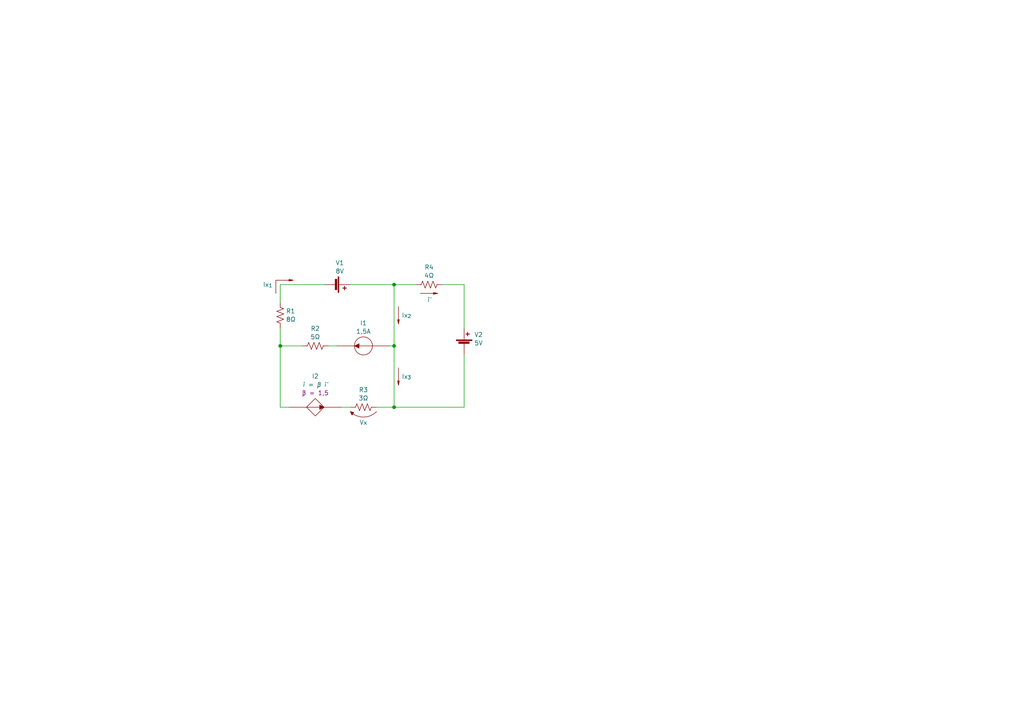
<source format=kicad_sch>
(kicad_sch (version 20230121) (generator eeschema)
  (paper "A4")
  (lib_symbols
    (symbol "Device:R_US" (pin_numbers hide) (pin_names (offset 0))
      (property "Reference" "R" (at 2.54 0 90))
      (property "Value" "R_US" (at -2.54 0 90))
      (symbol "R_US_0_1"
        (polyline (pts (xy 0 -2.286) (xy 0 -2.54)))
        (polyline (pts (xy 0 2.286) (xy 0 2.54)))
        (polyline (pts (xy 0 -0.762) (xy 1.016 -1.143) (xy 0 -1.524) (xy -1.016 -1.905) (xy 0 -2.286)))
        (polyline (pts (xy 0 0.762) (xy 1.016 0.381) (xy 0 0) (xy -1.016 -0.381) (xy 0 -0.762)))
        (polyline (pts (xy 0 2.286) (xy 1.016 1.905) (xy 0 1.524) (xy -1.016 1.143) (xy 0 0.762)))
      )
      (symbol "R_US_1_1"
        (pin passive line (at 0 3.81 270) (length 1.27) (name "~") (number "1"))
        (pin passive line (at 0 -3.81 90) (length 1.27) (name "~") (number "2"))
      )
    )
    (symbol "Personalizado:fonte_corrente" (pin_numbers hide) (pin_names (offset 0))
      (property "Reference" "I" (at 3.81 0 0))
      (property "Value" "fonte_corrente" (at -3.81 -0.635 90))
      (symbol "fonte_corrente_0_1"
        (polyline (pts (xy 0 -2.54) (xy 0 2.54)))
        (polyline (pts (xy 0 2.54) (xy -0.635 1.27) (xy 0.635 1.27) (xy 0 2.54)) (fill (type outline)))
        (circle (center 0 0) (radius 2.6162))
      )
      (symbol "fonte_corrente_1_1"
        (pin passive line (at 0 7.62 270) (length 5.08) (name "~") (number "1"))
        (pin passive line (at 0 -7.62 90) (length 5.08) (name "~") (number "2"))
      )
    )
    (symbol "Personalizado:fonte_corrente_dep" (pin_numbers hide) (pin_names (offset 0))
      (property "Reference" "I" (at 3.81 0 0))
      (property "Value" "fonte_corrente_dep" (at -3.81 -0.635 90))
      (symbol "fonte_corrente_dep_0_1"
        (polyline (pts (xy 0 -2.54) (xy 0 2.54)))
        (polyline (pts (xy 0 2.54) (xy -0.635 1.27) (xy 0.635 1.27) (xy 0 2.54)) (fill (type outline)))
        (polyline (pts (xy 0 2.54) (xy -2.54 0) (xy 0 -2.54) (xy 2.54 0) (xy 0 2.54)))
      )
      (symbol "fonte_corrente_dep_1_1"
        (pin passive line (at 0 7.62 270) (length 5.08) (name "~") (number "1"))
        (pin passive line (at 0 -7.62 90) (length 5.08) (name "~") (number "2"))
      )
    )
    (symbol "Personalizado:fonte_tensao" (pin_numbers hide) (pin_names (offset 0) hide)
      (property "Reference" "V" (at 2.54 2.54 0))
      (symbol "fonte_tensao_0_1"
        (rectangle (start -2.286 1.778) (end 2.286 1.524) (fill (type outline)))
        (rectangle (start -1.5748 1.1938) (end 1.4732 0.6858) (fill (type outline)))
        (polyline (pts (xy 0 0.762) (xy 0 0)))
        (polyline (pts (xy 0 1.778) (xy 0 2.54)))
        (polyline (pts (xy 0.508 3.429) (xy 1.524 3.429)) (stroke (width 0.254)))
        (polyline (pts (xy 1.016 3.937) (xy 1.016 2.921)) (stroke (width 0.254)))
      )
      (symbol "fonte_tensao_1_1"
        (pin passive line (at 0 5.08 270) (length 2.54) (name "+") (number "1"))
        (pin passive line (at 0 -2.54 90) (length 2.54) (name "-") (number "2"))
      )
    )
    (symbol "Personalizado:seta_corrente" (pin_names (offset 1.016))
      (property "Reference" "I" (at 1.905 1.27 0))
      (symbol "seta_corrente_1_1"
        (polyline (pts (xy 4.064 0) (xy 0 0)))
        (polyline (pts (xy 5.08 0) (xy 3.81 -0.254) (xy 3.81 0.254) (xy 5.08 0)) (fill (type outline)))
      )
    )
    (symbol "Personalizado:seta_corrente_canto" (pin_names (offset 1.016))
      (property "Reference" "I" (at 1.905 1.27 0))
      (symbol "seta_corrente_canto_0_1"
        (polyline (pts (xy 0 0) (xy 0 -3.81)))
      )
      (symbol "seta_corrente_canto_1_1"
        (polyline (pts (xy 4.064 0) (xy 0 0)))
        (polyline (pts (xy 5.08 0) (xy 3.81 -0.254) (xy 3.81 0.254) (xy 5.08 0)) (fill (type outline)))
      )
    )
    (symbol "Personalizado:seta_tensao_longa" (pin_names (offset 1.016))
      (property "Reference" "V" (at -2.54 0 0))
      (symbol "seta_tensao_longa_0_1"
        (polyline (pts (xy 0 3.81) (xy -1.016 3.302) (xy -0.254 2.794) (xy 0 3.81)) (fill (type outline)))
        (arc (start 0 3.81) (mid -1.5782 0) (end 0 -3.81))
      )
    )
  )
  (junction (at 114.3 100.33))
  (junction (at 114.3 118.11))
  (junction (at 114.3 82.55))
  (junction (at 81.28 100.33))
  (wire (pts (xy 83.82 118.11) (xy 81.28 118.11)))
  (wire (pts (xy 114.3 118.11) (xy 109.22 118.11)))
  (wire (pts (xy 81.28 87.63) (xy 81.28 82.55)))
  (wire (pts (xy 114.3 82.55) (xy 114.3 100.33)))
  (wire (pts (xy 81.28 100.33) (xy 87.63 100.33)))
  (wire (pts (xy 95.25 100.33) (xy 97.79 100.33)))
  (wire (pts (xy 81.28 100.33) (xy 81.28 95.25)))
  (wire (pts (xy 113.03 100.33) (xy 114.3 100.33)))
  (wire (pts (xy 128.27 82.55) (xy 134.62 82.55)))
  (wire (pts (xy 114.3 82.55) (xy 120.65 82.55)))
  (wire (pts (xy 134.62 82.55) (xy 134.62 95.25)))
  (wire (pts (xy 81.28 118.11) (xy 81.28 100.33)))
  (wire (pts (xy 134.62 102.87) (xy 134.62 118.11)))
  (wire (pts (xy 81.28 82.55) (xy 93.98 82.55)))
  (wire (pts (xy 114.3 100.33) (xy 114.3 118.11)))
  (wire (pts (xy 101.6 118.11) (xy 99.06 118.11)))
  (wire (pts (xy 134.62 118.11) (xy 114.3 118.11)))
  (wire (pts (xy 101.6 82.55) (xy 114.3 82.55)))
  (symbol (lib_id "Personalizado:seta_corrente_canto") (at 80.01 81.28 0) (unit 1)
    (property "Reference" "Ix_{1}" (at 76.2 82.55 0) (effects (justify left)))
    (property "Value" "seta_corrente_canto" (effects hide))
  )
  (symbol (lib_id "Personalizado:fonte_corrente") (at 105.41 100.33 90) (unit 1)
    (property "Reference" "I1" (at 105.41 93.6965 90))
    (property "Value" "1,5A" (at 105.41 96.1207 90))
  )
  (symbol (lib_id "Device:R_US") (at 81.28 91.44 0) (unit 1)
    (property "Reference" "R1" (at 82.931 90.2279 0) (effects (justify left)))
    (property "Value" "8Ω" (at 82.931 92.6521 0) (effects (justify left)))
  )
  (symbol (lib_id "Device:R_US") (at 124.46 82.55 90) (unit 1)
    (property "Reference" "R4" (at 124.46 77.5167 90))
    (property "Value" "4Ω" (at 124.46 79.9409 90))
  )
  (symbol (lib_id "Personalizado:fonte_tensao") (at 96.52 82.55 270) (unit 1)
    (property "Reference" "V1" (at 98.552 76.2467 90))
    (property "Value" "8V" (at 98.552 78.6709 90))
  )
  (symbol (lib_id "Device:R_US") (at 91.44 100.33 90) (unit 1)
    (property "Reference" "R2" (at 91.44 95.2967 90))
    (property "Value" "5Ω" (at 91.44 97.7209 90))
  )
  (symbol (lib_id "Personalizado:seta_corrente") (at 115.57 106.68 270) (unit 1)
    (property "Reference" "Ix_{3}" (at 116.459 109.22 90) (effects (justify left)))
    (property "Value" "seta_corrente" (effects hide))
  )
  (symbol (lib_id "Personalizado:fonte_tensao") (at 134.62 100.33 0) (unit 1)
    (property "Reference" "V2" (at 137.541 97.0859 0) (effects (justify left)))
    (property "Value" "5V" (at 137.541 99.5101 0) (effects (justify left)))
  )
  (symbol (lib_id "Personalizado:fonte_corrente_dep") (at 91.44 118.11 270) (unit 1)
    (property "Reference" "I2" (at 91.44 109.1285 90))
    (property "Value" "i = β i'" (at 91.44 111.5527 90) (effects (font italic)))
    (property "Observação" "β = 1,5" (at 91.44 113.9769 90))
  )
  (symbol (lib_id "Device:R_US") (at 105.41 118.11 90) (unit 1)
    (property "Reference" "R3" (at 105.41 113.0767 90))
    (property "Value" "3Ω" (at 105.41 115.5009 90))
  )
  (symbol (lib_id "Personalizado:seta_corrente") (at 121.92 85.09 0) (unit 1)
    (property "Reference" "i'" (at 124.46 86.9371 0) (effects (font italic)))
    (property "Value" "seta_corrente" (effects hide))
  )
  (symbol (lib_id "Personalizado:seta_corrente") (at 115.57 88.9 270) (unit 1)
    (property "Reference" "Ix_{2}" (at 116.459 91.44 90) (effects (justify left)))
    (property "Value" "seta_corrente" (effects hide))
  )
  (symbol (lib_id "Personalizado:seta_tensao_longa") (at 105.41 119.38 90) (unit 1)
    (property "Reference" "Vx" (at 105.41 122.5513 90))
    (property "Value" "seta_tensao_longa" (effects hide))
  )
)
</source>
